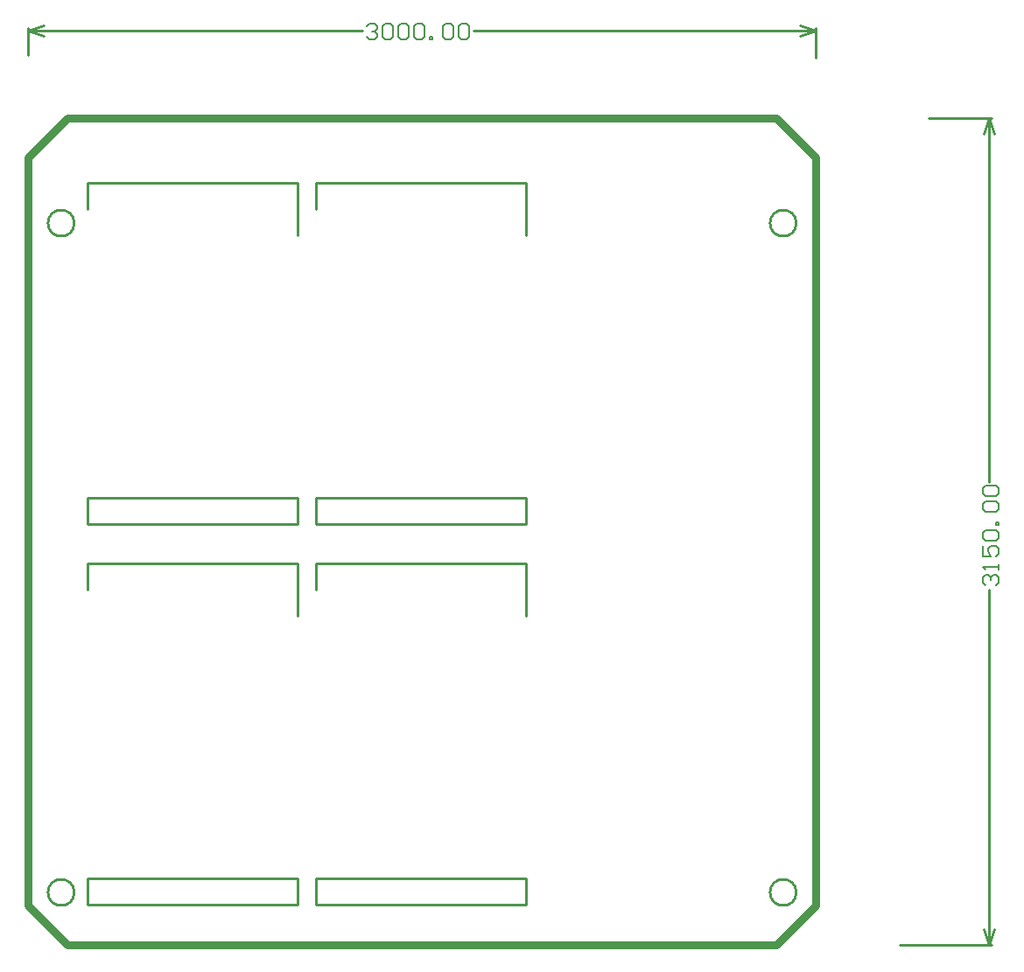
<source format=gm1>
G04*
G04 #@! TF.GenerationSoftware,Altium Limited,Altium Designer,22.9.1 (49)*
G04*
G04 Layer_Color=16711935*
%FSLAX25Y25*%
%MOIN*%
G70*
G04*
G04 #@! TF.SameCoordinates,714AFEBF-1B90-43D1-B325-1FA160A26AE1*
G04*
G04*
G04 #@! TF.FilePolarity,Positive*
G04*
G01*
G75*
%ADD12C,0.01000*%
%ADD54C,0.03000*%
%ADD55C,0.00600*%
D12*
X292500Y20000D02*
G03*
X292500Y20000I-5000J0D01*
G01*
Y275000D02*
G03*
X292500Y275000I-5000J0D01*
G01*
X17500Y20000D02*
G03*
X17500Y20000I-5000J0D01*
G01*
Y275000D02*
G03*
X17500Y275000I-5000J0D01*
G01*
X109500Y15500D02*
X189500D01*
Y25500D01*
X109500D02*
X189500D01*
X109500Y15500D02*
Y25500D01*
X189500Y125500D02*
Y145500D01*
X119500D02*
X189500D01*
X109500Y135500D02*
Y145500D01*
X119500D01*
X109500Y160500D02*
X189500D01*
Y170500D01*
X109500D02*
X189500D01*
X109500Y160500D02*
Y170500D01*
X189500Y270500D02*
Y290500D01*
X119500D02*
X189500D01*
X109500Y280500D02*
Y290500D01*
X119500D01*
X22500D02*
X32500D01*
X22500Y280500D02*
Y290500D01*
X32500D02*
X102500D01*
Y270500D02*
Y290500D01*
X22500Y160500D02*
Y170500D01*
X102500D01*
Y160500D02*
Y170500D01*
X22500Y160500D02*
X102500D01*
X22500Y15500D02*
X102500D01*
Y25500D01*
X22500D02*
X102500D01*
X22500Y15500D02*
Y25500D01*
X102500Y125500D02*
Y145500D01*
X32500D02*
X102500D01*
X22500Y135500D02*
Y145500D01*
X32500D01*
X0Y348500D02*
X6000Y350500D01*
X0Y348500D02*
X6000Y346500D01*
X294000D02*
X300000Y348500D01*
X294000Y350500D02*
X300000Y348500D01*
X0D02*
X127306D01*
X169494D02*
X300000D01*
X0Y339000D02*
Y349500D01*
X300000Y338000D02*
Y349500D01*
X364000Y6000D02*
X366000Y0D01*
X368000Y6000D01*
X366000Y315000D02*
X368000Y309000D01*
X364000D02*
X366000Y315000D01*
Y0D02*
Y135306D01*
Y176494D02*
Y315000D01*
X332000Y0D02*
X367000D01*
X343000Y315000D02*
X367000D01*
D54*
X300000Y15000D02*
Y300000D01*
X15000Y315000D02*
X285000D01*
X300000Y300000D01*
X-0D02*
X0Y15000D01*
Y300000D02*
X15000Y315000D01*
X285000Y0D02*
X300000Y15000D01*
X0D02*
X15000Y0D01*
X285000D01*
D55*
X128906Y349899D02*
X129906Y350899D01*
X131905D01*
X132905Y349899D01*
Y348900D01*
X131905Y347900D01*
X130906D01*
X131905D01*
X132905Y346900D01*
Y345901D01*
X131905Y344901D01*
X129906D01*
X128906Y345901D01*
X134904Y349899D02*
X135904Y350899D01*
X137903D01*
X138903Y349899D01*
Y345901D01*
X137903Y344901D01*
X135904D01*
X134904Y345901D01*
Y349899D01*
X140902D02*
X141902Y350899D01*
X143901D01*
X144901Y349899D01*
Y345901D01*
X143901Y344901D01*
X141902D01*
X140902Y345901D01*
Y349899D01*
X146900D02*
X147900Y350899D01*
X149899D01*
X150899Y349899D01*
Y345901D01*
X149899Y344901D01*
X147900D01*
X146900Y345901D01*
Y349899D01*
X152899Y344901D02*
Y345901D01*
X153898D01*
Y344901D01*
X152899D01*
X157897Y349899D02*
X158897Y350899D01*
X160896D01*
X161896Y349899D01*
Y345901D01*
X160896Y344901D01*
X158897D01*
X157897Y345901D01*
Y349899D01*
X163895D02*
X164895Y350899D01*
X166894D01*
X167894Y349899D01*
Y345901D01*
X166894Y344901D01*
X164895D01*
X163895Y345901D01*
Y349899D01*
X364601Y136906D02*
X363601Y137906D01*
Y139905D01*
X364601Y140905D01*
X365600D01*
X366600Y139905D01*
Y138906D01*
Y139905D01*
X367600Y140905D01*
X368599D01*
X369599Y139905D01*
Y137906D01*
X368599Y136906D01*
X369599Y142904D02*
Y144904D01*
Y143904D01*
X363601D01*
X364601Y142904D01*
X363601Y151901D02*
Y147903D01*
X366600D01*
X365600Y149902D01*
Y150902D01*
X366600Y151901D01*
X368599D01*
X369599Y150902D01*
Y148902D01*
X368599Y147903D01*
X364601Y153901D02*
X363601Y154900D01*
Y156900D01*
X364601Y157899D01*
X368599D01*
X369599Y156900D01*
Y154900D01*
X368599Y153901D01*
X364601D01*
X369599Y159899D02*
X368599D01*
Y160898D01*
X369599D01*
Y159899D01*
X364601Y164897D02*
X363601Y165897D01*
Y167896D01*
X364601Y168896D01*
X368599D01*
X369599Y167896D01*
Y165897D01*
X368599Y164897D01*
X364601D01*
Y170895D02*
X363601Y171895D01*
Y173894D01*
X364601Y174894D01*
X368599D01*
X369599Y173894D01*
Y171895D01*
X368599Y170895D01*
X364601D01*
M02*

</source>
